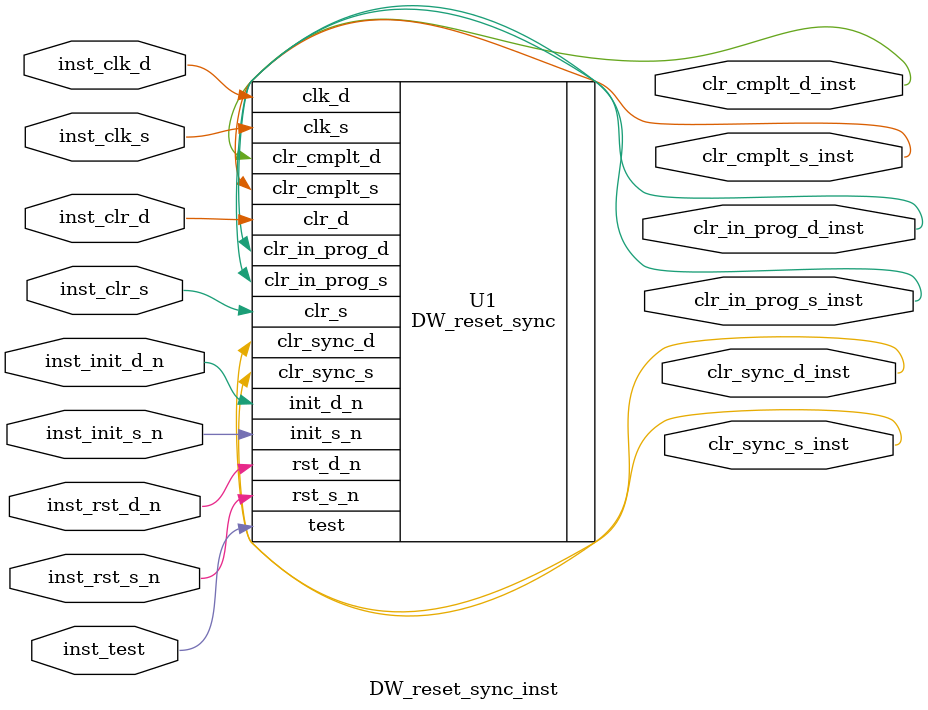
<source format=v>
module DW_reset_sync_inst( inst_clk_s, inst_rst_s_n, inst_init_s_n, inst_clr_s, 
                clr_sync_s_inst, clr_in_prog_s_inst, clr_cmplt_s_inst,
		inst_clk_d, inst_rst_d_n, inst_init_d_n, inst_clr_d, clr_in_prog_d_inst,
		clr_sync_d_inst, clr_cmplt_d_inst, inst_test );

parameter f_sync_type = 2;
parameter r_sync_type  = 2;
parameter clk_d_faster = 1;
parameter reg_in_prog = 1;
parameter tst_mode = 0;
parameter verif_en = 1;


input inst_clk_s;
input inst_rst_s_n;
input inst_init_s_n;
input inst_clr_s;
output clr_sync_s_inst;
output clr_in_prog_s_inst;
output clr_cmplt_s_inst;

input inst_clk_d;
input inst_rst_d_n;
input inst_init_d_n;
input inst_clr_d;
output clr_in_prog_d_inst;
output clr_sync_d_inst;
output clr_cmplt_d_inst;

input inst_test;

    // Instance of DW_reset_sync
    DW_reset_sync #(f_sync_type, r_sync_type, clk_d_faster, reg_in_prog, tst_mode, verif_en)
	  U1 ( .clk_s(inst_clk_s), .rst_s_n(inst_rst_s_n), .init_s_n(inst_init_s_n), .clr_s(inst_clr_s), .clr_sync_s(clr_sync_s_inst), .clr_in_prog_s(clr_in_prog_s_inst), .clr_cmplt_s(clr_cmplt_s_inst), .clk_d(inst_clk_d), .rst_d_n(inst_rst_d_n), .init_d_n(inst_init_d_n), .clr_d(inst_clr_d), .clr_in_prog_d(clr_in_prog_d_inst), .clr_sync_d( clr_sync_d_inst), .clr_cmplt_d(clr_cmplt_d_inst), .test(inst_test) );

endmodule

</source>
